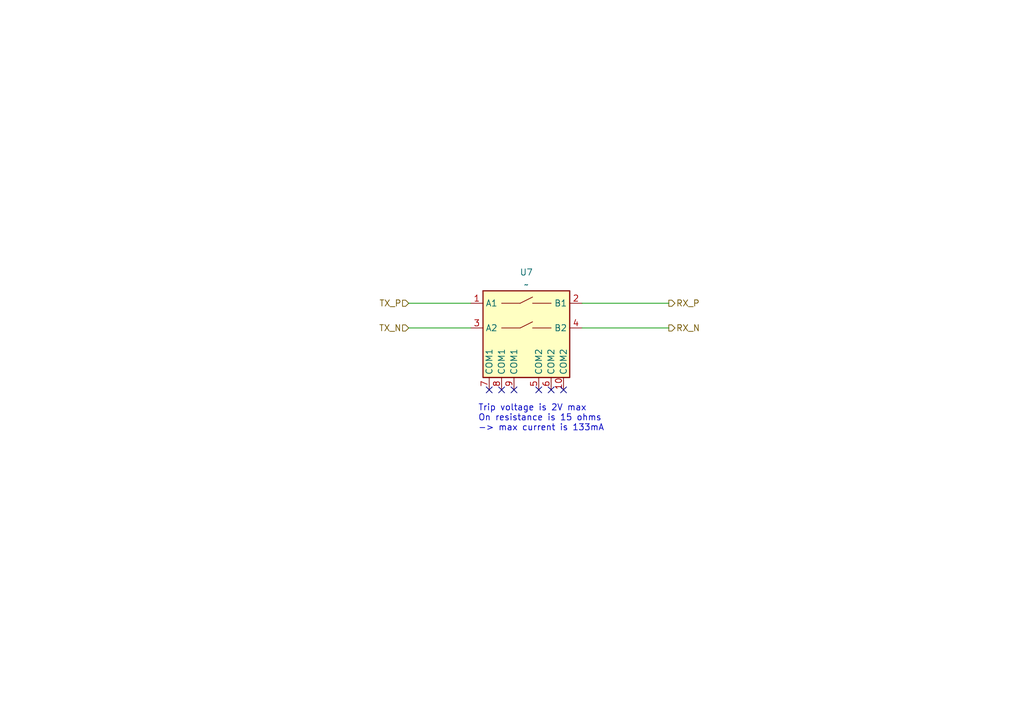
<source format=kicad_sch>
(kicad_sch (version 20250114) (generator "eeschema") (generator_version "9.0")
  (paper "A5")
  (lib_symbols
    (symbol "BR_IC:MD0100DK6-G"
      (property "Reference" "U" (at -6.858 10.922 0))
      (symbol "MD0100DK6-G_0_1"
        (rectangle (start -8.89 8.89) (end 8.89 -8.89) (stroke (width 0.254)) (fill (type background)))
        (polyline (pts (xy -5.08 6.35) (xy -1.27 6.35)))
        (polyline (pts (xy -5.08 1.27) (xy -1.27 1.27)))
        (polyline (pts (xy -1.27 6.35) (xy 1.27 7.62)))
        (polyline (pts (xy -1.27 1.27) (xy 1.27 2.54)))
        (polyline (pts (xy 1.27 1.27) (xy 5.08 1.27)))
        (polyline (pts (xy 5.08 6.35) (xy 1.27 6.35)))
      )
      (symbol "MD0100DK6-G_1_1"
        (pin input line (at -11.43 6.35 0) (length 2.54) (name "A1") (number "1"))
        (pin input line (at -11.43 1.27 0) (length 2.54) (name "A2") (number "3"))
        (pin input line (at -7.62 -11.43 90) (length 2.54) (name "COM1") (number "7"))
        (pin input line (at -5.08 -11.43 90) (length 2.54) (name "COM1") (number "8"))
        (pin input line (at -2.54 -11.43 90) (length 2.54) (name "COM1") (number "9"))
        (pin input line (at 2.54 -11.43 90) (length 2.54) (name "COM2") (number "5"))
        (pin input line (at 5.08 -11.43 90) (length 2.54) (name "COM2") (number "6"))
        (pin input line (at 7.62 -11.43 90) (length 2.54) (name "COM2") (number "10"))
        (pin input line (at 11.43 6.35 180) (length 2.54) (name "B1") (number "2"))
        (pin input line (at 11.43 1.27 180) (length 2.54) (name "B2") (number "4"))
      )
    )
  )
  (text "Trip voltage is 2V max\nOn resistance is 15 ohms \n-> max current is 133mA" (at 98.044 85.852 0) (effects (font (size 1.27 1.27)) (justify left)))
  (no_connect (at 100.33 80.01))
  (no_connect (at 115.57 80.01))
  (no_connect (at 113.03 80.01))
  (no_connect (at 110.49 80.01))
  (no_connect (at 102.87 80.01))
  (no_connect (at 105.41 80.01))
  (wire (pts (xy 83.82 62.23) (xy 96.52 62.23)))
  (wire (pts (xy 119.38 67.31) (xy 137.16 67.31)))
  (wire (pts (xy 119.38 62.23) (xy 137.16 62.23)))
  (wire (pts (xy 83.82 67.31) (xy 96.52 67.31)))
  (hierarchical_label "TX_P" (shape input) (at 83.82 62.23 180))
  (hierarchical_label "RX_N" (shape output) (at 137.16 67.31 0))
  (hierarchical_label "TX_N" (shape input) (at 83.82 67.31 180))
  (hierarchical_label "RX_P" (shape output) (at 137.16 62.23 0))
  (symbol (lib_id "BR_IC:MD0100DK6-G") (at 107.95 68.58 0) (unit 1)
    (property "Reference" "U7" (at 107.95 55.88 0))
    (property "Value" "~" (at 107.95 58.42 0))
    (property "Footprint" "BR_IC:DFN-8-1EP_4x4mm_P1.0mm_EP1.45x3.4mm" (effects (hide yes)))
    (property "Datasheet" "https://ww1.microchip.com/downloads/en/DeviceDoc/MD0100-Single-and-Dual-Channel%20High-Voltage-Protection-TR-Switch-Data-Sheet-20005738A.pdf" (effects (hide yes)))
    (property "Description" "Dual Channel High-Voltage Protection T/R Switch" (effects (hide yes)))
    (property "Manufacturer" "Microchip" (effects (hide yes)))
    (property "Manufacturer Part Num" "MD0100DK6-G" (effects (hide yes)))
    (property "BRE Number" "BRE-001224" (effects (hide yes)))
  )
)
</source>
